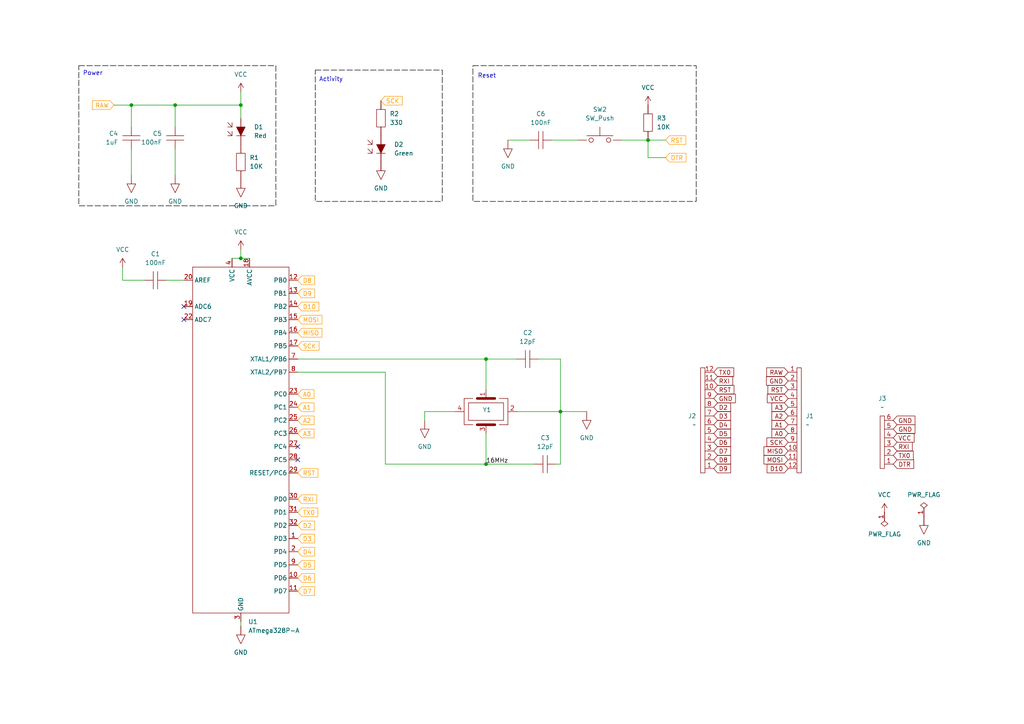
<source format=kicad_sch>
(kicad_sch (version 20250114) (generator "eeschema") (generator_version "9.0")
  (paper "A4")
  (lib_symbols
    (symbol "bt_pisc_0_0:4pin_quartz"
      (property "Reference" "Y" (at 0 0 0))
      (symbol "4pin_quartz_0_1"
        (rectangle (start -5.08 2.54) (end 5.08 -2.54))
        (polyline (pts (xy -3.81 3.81) (xy -6.35 3.81) (xy -6.35 -3.81) (xy -3.81 -3.81)))
        (polyline (pts (xy -2.54 3.81) (xy 2.54 3.81)) (stroke (width 0.762)))
        (polyline (pts (xy -2.54 -3.81) (xy 2.54 -3.81)) (stroke (width 0.762)))
        (polyline (pts (xy 3.81 3.81) (xy 6.35 3.81) (xy 6.35 -3.81)))
        (polyline (pts (xy 6.35 -3.81) (xy 3.81 -3.81)))
      )
      (symbol "4pin_quartz_1_1"
        (pin power_in line (at -8.89 0 0) (length 2.54) (name "") (number "4"))
        (pin passive line (at 0 6.35 270) (length 2.54) (name "") (number "1"))
        (pin passive line (at 0 -6.35 90) (length 2.54) (name "") (number "3"))
        (pin power_in line (at 8.89 0 180) (length 2.54) (name "") (number "2"))
      )
    )
    (symbol "bt_pisc_0_0:ATmega328P-A"
      (property "Reference" "U" (at 6.096 -53.848 0))
      (symbol "ATmega328P-A_0_1"
        (rectangle (start -13.97 50.8) (end 13.97 -49.53))
      )
      (symbol "ATmega328P-A_1_0"
        (pin passive line (at -16.51 46.99 0) (length 2.54) (name "AREF") (number "20"))
        (pin input line (at -16.51 39.37 0) (length 2.54) (name "ADC6") (number "19"))
        (pin input line (at -16.51 35.56 0) (length 2.54) (name "ADC7") (number "22"))
        (pin power_in line (at -2.54 53.34 270) (length 2.54) (name "VCC") (number "4"))
        (pin power_in line (at 0 -52.07 90) (length 2.54) (name "GND") (number "3"))
        (pin power_in line (at 2.54 53.34 270) (length 2.54) (name "AVCC") (number "18"))
        (pin bidirectional line (at 16.51 46.99 180) (length 2.54) (name "PB0") (number "12"))
        (pin bidirectional line (at 16.51 43.18 180) (length 2.54) (name "PB1") (number "13"))
        (pin bidirectional line (at 16.51 39.37 180) (length 2.54) (name "PB2") (number "14"))
        (pin bidirectional line (at 16.51 35.56 180) (length 2.54) (name "PB3") (number "15"))
        (pin bidirectional line (at 16.51 31.75 180) (length 2.54) (name "PB4") (number "16"))
        (pin bidirectional line (at 16.51 27.94 180) (length 2.54) (name "PB5") (number "17"))
        (pin bidirectional line (at 16.51 24.13 180) (length 2.54) (name "XTAL1/PB6") (number "7"))
        (pin bidirectional line (at 16.51 20.32 180) (length 2.54) (name "XTAL2/PB7") (number "8"))
        (pin bidirectional line (at 16.51 13.97 180) (length 2.54) (name "PC0") (number "23"))
        (pin bidirectional line (at 16.51 10.16 180) (length 2.54) (name "PC1") (number "24"))
        (pin bidirectional line (at 16.51 6.35 180) (length 2.54) (name "PC2") (number "25"))
        (pin bidirectional line (at 16.51 2.54 180) (length 2.54) (name "PC3") (number "26"))
        (pin bidirectional line (at 16.51 -1.27 180) (length 2.54) (name "PC4") (number "27"))
        (pin bidirectional line (at 16.51 -5.08 180) (length 2.54) (name "PC5") (number "28"))
        (pin bidirectional line (at 16.51 -8.89 180) (length 2.54) (name "RESET/PC6") (number "29"))
        (pin bidirectional line (at 16.51 -16.51 180) (length 2.54) (name "PD0") (number "30"))
        (pin bidirectional line (at 16.51 -20.32 180) (length 2.54) (name "PD1") (number "31"))
        (pin bidirectional line (at 16.51 -24.13 180) (length 2.54) (name "PD2") (number "32"))
        (pin bidirectional line (at 16.51 -27.94 180) (length 2.54) (name "PD3") (number "1"))
        (pin bidirectional line (at 16.51 -31.75 180) (length 2.54) (name "PD4") (number "2"))
        (pin bidirectional line (at 16.51 -35.56 180) (length 2.54) (name "PD5") (number "9"))
        (pin bidirectional line (at 16.51 -39.37 180) (length 2.54) (name "PD6") (number "10"))
        (pin bidirectional line (at 16.51 -43.18 180) (length 2.54) (name "PD7") (number "11"))
      )
    )
    (symbol "bt_pisc_0_0:Capacitor" (pin_numbers (hide yes))
      (property "Reference" "C" (at 0 1.524 0))
      (symbol "Capacitor_0_1"
        (polyline (pts (xy -6.35 1.27) (xy -1.27 1.27)))
        (polyline (pts (xy -6.35 0) (xy -1.27 0)))
      )
      (symbol "Capacitor_1_1"
        (pin passive line (at -3.81 3.81 270) (length 2.54) (name "") (number "1"))
        (pin passive line (at -3.81 -2.54 90) (length 2.54) (name "") (number "2"))
      )
    )
    (symbol "bt_pisc_0_0:Diode" (pin_numbers (hide yes))
      (property "Reference" "D" (at 2.794 1.016 0))
      (symbol "Diode_0_1"
        (polyline (pts (xy -3.81 2.54) (xy -2.54 1.27) (xy -2.54 2.54) (xy -2.54 1.27) (xy -3.81 1.27)))
        (polyline (pts (xy -3.81 0) (xy -2.54 -1.27) (xy -2.54 0) (xy -2.54 -1.27) (xy -3.81 -1.27)))
        (polyline (pts (xy -1.27 1.27) (xy 0 -1.27) (xy 1.27 1.27) (xy -1.27 1.27)) (fill (type outline)))
        (polyline (pts (xy 0 1.27) (xy 0 1.27)))
        (polyline (pts (xy 0 -1.27) (xy -1.27 -1.27) (xy 1.27 -1.27)))
        (polyline (pts (xy 2.54 -2.54) (xy 2.54 -2.54)))
      )
      (symbol "Diode_1_1"
        (pin passive line (at 0 3.81 270) (length 2.54) (name "") (number "1"))
        (pin passive line (at 0 -3.81 90) (length 2.54) (name "") (number "2"))
      )
    )
    (symbol "bt_pisc_0_0:GND" (power) (pin_numbers (hide yes)) (pin_names (hide yes)) (in_bom no) (on_board no)
      (property "Value" "GND" (at 0 0 0))
      (symbol "GND_0_1"
        (polyline (pts (xy -1.27 -3.81) (xy 1.27 -3.81) (xy 0 -6.35) (xy -1.27 -3.81)))
      )
      (symbol "GND_1_1"
        (pin power_in line (at 0 -1.27 270) (length 2.54) (name "") (number "1"))
      )
    )
    (symbol "bt_pisc_0_0:PWR_FLAG" (power) (in_bom no) (on_board no)
      (property "Value" "PWR_FLAG" (at 0.254 8.89 0))
      (symbol "PWR_FLAG_0_1"
        (polyline (pts (xy 0 6.604) (xy -1.016 5.842) (xy 0 5.08) (xy 1.016 5.842) (xy 0 6.604)))
      )
      (symbol "PWR_FLAG_1_1"
        (pin power_out line (at 0 2.54 90) (length 2.54) (name "") (number "1"))
      )
    )
    (symbol "bt_pisc_0_0:Resistor" (pin_numbers (hide yes))
      (property "Reference" "R" (at -0.254 3.302 0))
      (symbol "Resistor_0_1"
        (rectangle (start -5.08 3.81) (end -2.54 -1.27))
      )
      (symbol "Resistor_1_1"
        (pin passive line (at -3.81 6.35 270) (length 2.54) (name "") (number "1"))
        (pin passive line (at -3.81 -3.81 90) (length 2.54) (name "") (number "2"))
      )
    )
    (symbol "bt_pisc_0_0:Switch_Push" (pin_numbers (hide yes))
      (property "Reference" "SW" (at -0.254 7.62 0))
      (symbol "Switch_Push_0_1"
        (polyline (pts (xy -3.81 1.27) (xy 3.81 1.27)))
        (circle (center -2.54 0) (radius 0.635))
        (polyline (pts (xy 0 1.27) (xy 0 3.81)))
        (circle (center 2.54 0) (radius 0.635))
      )
      (symbol "Switch_Push_1_1"
        (pin passive line (at -6.35 0 0) (length 2.54) (name "") (number "1"))
        (pin passive line (at 6.35 0 180) (length 2.54) (name "") (number "2"))
      )
    )
    (symbol "bt_pisc_0_0:VCC" (power) (pin_numbers (hide yes)) (in_bom no) (on_board no)
      (property "Value" "VCC" (at 0 0 0))
      (symbol "VCC_0_1"
        (polyline (pts (xy -0.762 2.54) (xy 0 3.81)))
        (polyline (pts (xy 0 3.81) (xy 0.762 2.54)))
        (polyline (pts (xy 0 1.27) (xy 0 3.81)))
      )
      (symbol "VCC_1_1"
        (pin power_in line (at 0 1.27 90) (length 0) (name "~") (number "1"))
      )
    )
    (symbol "bt_pisc_0_0:gpio_12"
      (property "Reference" "J" (at -0.508 18.034 0))
      (symbol "gpio_12_0_1"
        (rectangle (start -1.27 -13.97) (end 0 16.51))
      )
      (symbol "gpio_12_1_0"
        (pin passive line (at 2.54 15.24 180) (length 2.54) (name "") (number "1"))
        (pin passive line (at 2.54 12.7 180) (length 2.54) (name "") (number "2"))
        (pin passive line (at 2.54 10.16 180) (length 2.54) (name "") (number "3"))
        (pin passive line (at 2.54 7.62 180) (length 2.54) (name "") (number "4"))
        (pin passive line (at 2.54 5.08 180) (length 2.54) (name "") (number "5"))
        (pin passive line (at 2.54 2.54 180) (length 2.54) (name "") (number "6"))
        (pin passive line (at 2.54 0 180) (length 2.54) (name "") (number "7"))
        (pin passive line (at 2.54 -2.54 180) (length 2.54) (name "") (number "8"))
        (pin passive line (at 2.54 -5.08 180) (length 2.54) (name "") (number "9"))
        (pin passive line (at 2.54 -7.62 180) (length 2.54) (name "") (number "10"))
        (pin passive line (at 2.54 -10.16 180) (length 2.54) (name "") (number "11"))
        (pin passive line (at 2.54 -12.7 180) (length 2.54) (name "") (number "12"))
      )
    )
    (symbol "bt_pisc_0_0:gpio_6"
      (property "Reference" "J" (at 0 16.51 0))
      (symbol "gpio_6_0_1"
        (rectangle (start -1.27 13.97) (end 0 -1.27))
      )
      (symbol "gpio_6_1_0"
        (pin passive line (at 2.54 12.7 180) (length 2.54) (name "") (number "6"))
        (pin passive line (at 2.54 10.16 180) (length 2.54) (name "") (number "5"))
        (pin passive line (at 2.54 7.62 180) (length 2.54) (name "") (number "4"))
        (pin passive line (at 2.54 5.08 180) (length 2.54) (name "") (number "3"))
        (pin passive line (at 2.54 2.54 180) (length 2.54) (name "") (number "2"))
        (pin passive line (at 2.54 0 180) (length 2.54) (name "") (number "1"))
      )
    )
  )
  (rectangle (start 137.16 19.05) (end 201.93 58.42) (stroke (width 0) (type dash) (color 0 0 0 0.2)))
  (rectangle (start 91.44 20.32) (end 128.27 58.42) (stroke (width 0) (type dash) (color 0 0 0 0.2)))
  (rectangle (start 22.86 19.05) (end 80.01 59.69) (stroke (width 0) (type dash) (color 0 0 0 0.2)))
  (text "Activity" (at 96.012 23.114 0) (effects (font (size 1.27 1.27))))
  (text "Reset" (at 141.224 22.098 0) (effects (font (size 1.27 1.27))))
  (text "Power" (at 26.924 21.336 0) (effects (font (size 1.27 1.27))))
  (junction (at 69.85 30.48))
  (junction (at 38.1 30.48))
  (junction (at 187.96 40.64))
  (junction (at 140.97 134.62))
  (junction (at 162.56 119.38))
  (junction (at 50.8 30.48))
  (junction (at 69.85 74.93))
  (junction (at 140.97 104.14))
  (no_connect (at 86.36 133.35))
  (no_connect (at 53.34 92.71))
  (no_connect (at 86.36 129.54))
  (no_connect (at 53.34 88.9))
  (wire (pts (xy 69.85 34.29) (xy 69.85 30.48)))
  (wire (pts (xy 187.96 40.64) (xy 187.96 45.72)))
  (wire (pts (xy 161.29 134.62) (xy 162.56 134.62)))
  (wire (pts (xy 69.85 72.39) (xy 69.85 74.93)))
  (wire (pts (xy 162.56 119.38) (xy 170.18 119.38)))
  (wire (pts (xy 38.1 30.48) (xy 38.1 36.83)))
  (wire (pts (xy 140.97 125.73) (xy 140.97 134.62)))
  (wire (pts (xy 162.56 104.14) (xy 162.56 119.38)))
  (wire (pts (xy 140.97 134.62) (xy 154.94 134.62)))
  (wire (pts (xy 123.19 119.38) (xy 123.19 121.92)))
  (wire (pts (xy 180.34 40.64) (xy 187.96 40.64)))
  (wire (pts (xy 140.97 104.14) (xy 149.86 104.14)))
  (wire (pts (xy 162.56 119.38) (xy 162.56 134.62)))
  (wire (pts (xy 156.21 104.14) (xy 162.56 104.14)))
  (wire (pts (xy 149.86 119.38) (xy 162.56 119.38)))
  (wire (pts (xy 160.02 40.64) (xy 167.64 40.64)))
  (wire (pts (xy 147.32 40.64) (xy 153.67 40.64)))
  (wire (pts (xy 69.85 180.34) (xy 69.85 181.61)))
  (wire (pts (xy 38.1 30.48) (xy 50.8 30.48)))
  (wire (pts (xy 50.8 30.48) (xy 50.8 36.83)))
  (wire (pts (xy 123.19 119.38) (xy 132.08 119.38)))
  (wire (pts (xy 187.96 40.64) (xy 193.04 40.64)))
  (wire (pts (xy 111.76 134.62) (xy 111.76 107.95)))
  (wire (pts (xy 69.85 74.93) (xy 72.39 74.93)))
  (wire (pts (xy 38.1 43.18) (xy 38.1 50.8)))
  (wire (pts (xy 35.56 81.28) (xy 41.91 81.28)))
  (wire (pts (xy 187.96 45.72) (xy 193.04 45.72)))
  (wire (pts (xy 35.56 81.28) (xy 35.56 77.47)))
  (wire (pts (xy 140.97 104.14) (xy 140.97 113.03)))
  (wire (pts (xy 86.36 104.14) (xy 140.97 104.14)))
  (wire (pts (xy 111.76 107.95) (xy 86.36 107.95)))
  (wire (pts (xy 50.8 30.48) (xy 69.85 30.48)))
  (wire (pts (xy 67.31 74.93) (xy 69.85 74.93)))
  (wire (pts (xy 33.02 30.48) (xy 38.1 30.48)))
  (wire (pts (xy 69.85 26.67) (xy 69.85 30.48)))
  (wire (pts (xy 48.26 81.28) (xy 53.34 81.28)))
  (wire (pts (xy 50.8 43.18) (xy 50.8 50.8)))
  (wire (pts (xy 140.97 134.62) (xy 111.76 134.62)))
  (label "16MHz" (at 140.97 134.62 0))
  (global_label "A0" (shape input) (at 86.36 114.3 0) (property "Intersheetrefs" "${INTERSHEET_REFS}" (effects (hide yes))))
  (global_label "GND" (shape input) (at 259.08 124.46 0) (property "Intersheetrefs" "${INTERSHEET_REFS}" (effects (hide yes))))
  (global_label "A3" (shape input) (at 228.6 118.11 180) (property "Intersheetrefs" "${INTERSHEET_REFS}" (effects (hide yes))))
  (global_label "D7" (shape input) (at 86.36 171.45 0) (property "Intersheetrefs" "${INTERSHEET_REFS}" (effects (hide yes))))
  (global_label "DTR" (shape input) (at 193.04 45.72 0) (property "Intersheetrefs" "${INTERSHEET_REFS}" (effects (hide yes))))
  (global_label "MISO" (shape input) (at 228.6 130.81 180) (property "Intersheetrefs" "${INTERSHEET_REFS}" (effects (hide yes))))
  (global_label "A0" (shape input) (at 228.6 125.73 180) (property "Intersheetrefs" "${INTERSHEET_REFS}" (effects (hide yes))))
  (global_label "D2" (shape input) (at 207.01 118.11 0) (property "Intersheetrefs" "${INTERSHEET_REFS}" (effects (hide yes))))
  (global_label "RAW" (shape input) (at 228.6 107.95 180) (property "Intersheetrefs" "${INTERSHEET_REFS}" (effects (hide yes))))
  (global_label "A1" (shape input) (at 86.36 118.11 0) (property "Intersheetrefs" "${INTERSHEET_REFS}" (effects (hide yes))))
  (global_label "D9" (shape input) (at 86.36 85.09 0) (property "Intersheetrefs" "${INTERSHEET_REFS}" (effects (hide yes))))
  (global_label "MOSI" (shape input) (at 228.6 133.35 180) (property "Intersheetrefs" "${INTERSHEET_REFS}" (effects (hide yes))))
  (global_label "VCC" (shape input) (at 228.6 115.57 180) (property "Intersheetrefs" "${INTERSHEET_REFS}" (effects (hide yes))))
  (global_label "D5" (shape input) (at 207.01 125.73 0) (property "Intersheetrefs" "${INTERSHEET_REFS}" (effects (hide yes))))
  (global_label "RXI" (shape input) (at 259.08 129.54 0) (property "Intersheetrefs" "${INTERSHEET_REFS}" (effects (hide yes))))
  (global_label "A1" (shape input) (at 228.6 123.19 180) (property "Intersheetrefs" "${INTERSHEET_REFS}" (effects (hide yes))))
  (global_label "D8" (shape input) (at 86.36 81.28 0) (property "Intersheetrefs" "${INTERSHEET_REFS}" (effects (hide yes))))
  (global_label "D4" (shape input) (at 86.36 160.02 0) (property "Intersheetrefs" "${INTERSHEET_REFS}" (effects (hide yes))))
  (global_label "SCK" (shape input) (at 110.49 29.21 0) (property "Intersheetrefs" "${INTERSHEET_REFS}" (effects (hide yes))))
  (global_label "GND" (shape input) (at 207.01 115.57 0) (property "Intersheetrefs" "${INTERSHEET_REFS}" (effects (hide yes))))
  (global_label "D10" (shape input) (at 228.6 135.89 180) (property "Intersheetrefs" "${INTERSHEET_REFS}" (effects (hide yes))))
  (global_label "MOSI" (shape input) (at 86.36 92.71 0) (property "Intersheetrefs" "${INTERSHEET_REFS}" (effects (hide yes))))
  (global_label "RXI" (shape input) (at 86.36 144.78 0) (property "Intersheetrefs" "${INTERSHEET_REFS}" (effects (hide yes))))
  (global_label "A2" (shape input) (at 86.36 121.92 0) (property "Intersheetrefs" "${INTERSHEET_REFS}" (effects (hide yes))))
  (global_label "TX0" (shape input) (at 259.08 132.08 0) (property "Intersheetrefs" "${INTERSHEET_REFS}" (effects (hide yes))))
  (global_label "A3" (shape input) (at 86.36 125.73 0) (property "Intersheetrefs" "${INTERSHEET_REFS}" (effects (hide yes))))
  (global_label "MISO" (shape input) (at 86.36 96.52 0) (property "Intersheetrefs" "${INTERSHEET_REFS}" (effects (hide yes))))
  (global_label "TX0" (shape input) (at 207.01 107.95 0) (property "Intersheetrefs" "${INTERSHEET_REFS}" (effects (hide yes))))
  (global_label "D5" (shape input) (at 86.36 163.83 0) (property "Intersheetrefs" "${INTERSHEET_REFS}" (effects (hide yes))))
  (global_label "D7" (shape input) (at 207.01 130.81 0) (property "Intersheetrefs" "${INTERSHEET_REFS}" (effects (hide yes))))
  (global_label "SCK" (shape input) (at 86.36 100.33 0) (property "Intersheetrefs" "${INTERSHEET_REFS}" (effects (hide yes))))
  (global_label "D3" (shape input) (at 86.36 156.21 0) (property "Intersheetrefs" "${INTERSHEET_REFS}" (effects (hide yes))))
  (global_label "D10" (shape input) (at 86.36 88.9 0) (property "Intersheetrefs" "${INTERSHEET_REFS}" (effects (hide yes))))
  (global_label "RAW" (shape input) (at 33.02 30.48 180) (property "Intersheetrefs" "${INTERSHEET_REFS}" (effects (hide yes))))
  (global_label "RST" (shape input) (at 228.6 113.03 180) (property "Intersheetrefs" "${INTERSHEET_REFS}" (effects (hide yes))))
  (global_label "RXI" (shape input) (at 207.01 110.49 0) (property "Intersheetrefs" "${INTERSHEET_REFS}" (effects (hide yes))))
  (global_label "TX0" (shape input) (at 86.36 148.59 0) (property "Intersheetrefs" "${INTERSHEET_REFS}" (effects (hide yes))))
  (global_label "VCC" (shape input) (at 259.08 127 0) (property "Intersheetrefs" "${INTERSHEET_REFS}" (effects (hide yes))))
  (global_label "D6" (shape input) (at 207.01 128.27 0) (property "Intersheetrefs" "${INTERSHEET_REFS}" (effects (hide yes))))
  (global_label "D4" (shape input) (at 207.01 123.19 0) (property "Intersheetrefs" "${INTERSHEET_REFS}" (effects (hide yes))))
  (global_label "RST" (shape input) (at 207.01 113.03 0) (property "Intersheetrefs" "${INTERSHEET_REFS}" (effects (hide yes))))
  (global_label "GND" (shape input) (at 259.08 121.92 0) (property "Intersheetrefs" "${INTERSHEET_REFS}" (effects (hide yes))))
  (global_label "D9" (shape input) (at 207.01 135.89 0) (property "Intersheetrefs" "${INTERSHEET_REFS}" (effects (hide yes))))
  (global_label "SCK" (shape input) (at 228.6 128.27 180) (property "Intersheetrefs" "${INTERSHEET_REFS}" (effects (hide yes))))
  (global_label "D6" (shape input) (at 86.36 167.64 0) (property "Intersheetrefs" "${INTERSHEET_REFS}" (effects (hide yes))))
  (global_label "DTR" (shape input) (at 259.08 134.62 0) (property "Intersheetrefs" "${INTERSHEET_REFS}" (effects (hide yes))))
  (global_label "D8" (shape input) (at 207.01 133.35 0) (property "Intersheetrefs" "${INTERSHEET_REFS}" (effects (hide yes))))
  (global_label "D2" (shape input) (at 86.36 152.4 0) (property "Intersheetrefs" "${INTERSHEET_REFS}" (effects (hide yes))))
  (global_label "GND" (shape input) (at 228.6 110.49 180) (property "Intersheetrefs" "${INTERSHEET_REFS}" (effects (hide yes))))
  (global_label "A2" (shape input) (at 228.6 120.65 180) (property "Intersheetrefs" "${INTERSHEET_REFS}" (effects (hide yes))))
  (global_label "RST" (shape input) (at 193.04 40.64 0) (property "Intersheetrefs" "${INTERSHEET_REFS}" (effects (hide yes))))
  (global_label "D3" (shape input) (at 207.01 120.65 0) (property "Intersheetrefs" "${INTERSHEET_REFS}" (effects (hide yes))))
  (global_label "RST" (shape input) (at 86.36 137.16 0) (property "Intersheetrefs" "${INTERSHEET_REFS}" (effects (hide yes))))
  (symbol (lib_id "bt_pisc_0_0:VCC") (at 69.85 27.94 0) (unit 1) (in_bom no) (on_board no)
    (property "Reference" "#PWR02" (effects (hide yes)))
    (property "Value" "VCC" (at 69.85 21.59 0))
  )
  (symbol (lib_id "bt_pisc_0_0:VCC") (at 35.56 78.74 0) (unit 1) (in_bom no) (on_board no)
    (property "Reference" "#PWR04" (effects (hide yes)))
    (property "Value" "VCC" (at 35.56 72.39 0))
  )
  (symbol (lib_id "bt_pisc_0_0:GND") (at 110.49 45.72 0) (unit 1) (in_bom no) (on_board no)
    (property "Reference" "#PWR08" (effects (hide yes)))
    (property "Value" "GND" (at 110.49 54.61 0))
  )
  (symbol (lib_id "bt_pisc_0_0:Diode") (at 110.49 43.18 0) (unit 1)
    (property "Reference" "D2" (at 114.3 41.9099 0) (effects (justify left)))
    (property "Value" "Green" (at 114.3 44.4499 0) (effects (justify left)))
  )
  (symbol (lib_id "bt_pisc_0_0:GND") (at 267.97 148.59 0) (unit 1) (in_bom no) (on_board no)
    (property "Reference" "#PWR013" (effects (hide yes)))
    (property "Value" "GND" (at 267.97 157.48 0))
  )
  (symbol (lib_id "bt_pisc_0_0:Capacitor") (at 156.21 44.45 270) (unit 1)
    (property "Reference" "C6" (at 156.845 33.02 90))
    (property "Value" "100nF" (at 156.845 35.56 90))
  )
  (symbol (lib_id "bt_pisc_0_0:VCC") (at 256.54 149.86 0) (unit 1) (in_bom no) (on_board no)
    (property "Reference" "#PWR015" (effects (hide yes)))
    (property "Value" "VCC" (at 256.54 143.51 0))
  )
  (symbol (lib_id "bt_pisc_0_0:GND") (at 147.32 39.37 0) (unit 1) (in_bom no) (on_board no)
    (property "Reference" "#PWR09" (effects (hide yes)))
    (property "Value" "GND" (at 147.32 48.26 0))
  )
  (symbol (lib_id "bt_pisc_0_0:Capacitor") (at 54.61 40.64 0) (unit 1)
    (property "Reference" "C5" (at 46.99 38.7349 0) (effects (justify right)))
    (property "Value" "100nF" (at 46.99 41.2749 0) (effects (justify right)))
  )
  (symbol (lib_id "bt_pisc_0_0:VCC") (at 69.85 73.66 0) (unit 1) (in_bom no) (on_board no)
    (property "Reference" "#PWR01" (effects (hide yes)))
    (property "Value" "VCC" (at 69.85 67.31 0))
  )
  (symbol (lib_id "bt_pisc_0_0:GND") (at 69.85 180.34 0) (unit 1) (in_bom no) (on_board no)
    (property "Reference" "#PWR010" (effects (hide yes)))
    (property "Value" "GND" (at 69.85 189.23 0))
  )
  (symbol (lib_id "bt_pisc_0_0:Switch_Push") (at 173.99 40.64 0) (unit 1)
    (property "Reference" "SW2" (at 173.99 31.75 0))
    (property "Value" "SW_Push" (at 173.99 34.29 0))
  )
  (symbol (lib_id "bt_pisc_0_0:Capacitor") (at 153.67 100.33 90) (unit 1)
    (property "Reference" "C2" (at 153.035 96.52 90))
    (property "Value" "12pF" (at 153.035 99.06 90))
  )
  (symbol (lib_id "bt_pisc_0_0:4pin_quartz") (at 140.97 119.38 0) (unit 1)
    (property "Reference" "Y1" (at 141.224 118.872 0))
  )
  (symbol (lib_id "bt_pisc_0_0:GND") (at 123.19 120.65 0) (unit 1) (in_bom no) (on_board no)
    (property "Reference" "#PWR012" (effects (hide yes)))
    (property "Value" "GND" (at 123.19 129.54 0))
  )
  (symbol (lib_id "bt_pisc_0_0:Capacitor") (at 158.75 130.81 90) (unit 1)
    (property "Reference" "C3" (at 158.115 127 90))
    (property "Value" "12pF" (at 158.115 129.54 90))
  )
  (symbol (lib_id "bt_pisc_0_0:GND") (at 50.8 49.53 0) (unit 1) (in_bom no) (on_board no)
    (property "Reference" "#PWR06" (effects (hide yes)))
    (property "Value" "GND" (at 50.8 58.42 0))
  )
  (symbol (lib_id "bt_pisc_0_0:gpio_6") (at 256.54 134.62 0) (unit 1)
    (property "Reference" "J3" (at 255.905 115.57 0))
    (property "Value" "~" (at 255.905 118.11 0))
  )
  (symbol (lib_id "bt_pisc_0_0:Capacitor") (at 41.91 40.64 0) (unit 1)
    (property "Reference" "C4" (at 34.29 38.7349 0) (effects (justify right)))
    (property "Value" "1uF" (at 34.29 41.2749 0) (effects (justify right)))
  )
  (symbol (lib_id "bt_pisc_0_0:PWR_FLAG") (at 267.97 152.4 0) (unit 1) (in_bom no) (on_board no)
    (property "Reference" "#FLG01" (effects (hide yes)))
    (property "Value" "PWR_FLAG" (at 267.97 143.51 0))
  )
  (symbol (lib_id "bt_pisc_0_0:VCC") (at 187.96 31.75 0) (unit 1) (in_bom no) (on_board no)
    (property "Reference" "#PWR03" (effects (hide yes)))
    (property "Value" "VCC" (at 187.96 25.4 0))
  )
  (symbol (lib_id "bt_pisc_0_0:Capacitor") (at 44.45 85.09 270) (unit 1)
    (property "Reference" "C1" (at 45.085 73.66 90))
    (property "Value" "100nF" (at 45.085 76.2 90))
  )
  (symbol (lib_id "bt_pisc_0_0:Resistor") (at 114.3 35.56 0) (unit 1)
    (property "Reference" "R2" (at 113.03 33.0199 0) (effects (justify left)))
    (property "Value" "330" (at 113.03 35.5599 0) (effects (justify left)))
  )
  (symbol (lib_id "bt_pisc_0_0:GND") (at 38.1 49.53 0) (unit 1) (in_bom no) (on_board no)
    (property "Reference" "#PWR05" (effects (hide yes)))
    (property "Value" "GND" (at 38.1 58.42 0))
  )
  (symbol (lib_id "bt_pisc_0_0:gpio_12") (at 231.14 123.19 0) (mirror y) (unit 1)
    (property "Reference" "J1" (at 233.68 120.6499 0) (effects (justify right)))
    (property "Value" "~" (at 233.68 123.1899 0) (effects (justify right)))
  )
  (symbol (lib_id "bt_pisc_0_0:Resistor") (at 191.77 36.83 0) (unit 1)
    (property "Reference" "R3" (at 190.5 34.2899 0) (effects (justify left)))
    (property "Value" "10K" (at 190.5 36.8299 0) (effects (justify left)))
  )
  (symbol (lib_id "bt_pisc_0_0:PWR_FLAG") (at 256.54 146.05 0) (mirror x) (unit 1) (in_bom no) (on_board no)
    (property "Reference" "#FLG02" (effects (hide yes)))
    (property "Value" "PWR_FLAG" (at 256.54 154.94 0))
  )
  (symbol (lib_id "bt_pisc_0_0:ATmega328P-A") (at 69.85 128.27 0) (unit 1)
    (property "Reference" "U1" (at 71.9933 180.34 0) (effects (justify left)))
    (property "Value" "ATmega328P-A" (at 71.9933 182.88 0) (effects (justify left)))
  )
  (symbol (lib_id "bt_pisc_0_0:Diode") (at 69.85 38.1 0) (unit 1)
    (property "Reference" "D1" (at 73.66 36.8299 0) (effects (justify left)))
    (property "Value" "Red" (at 73.66 39.3699 0) (effects (justify left)))
  )
  (symbol (lib_id "bt_pisc_0_0:Resistor") (at 73.66 48.26 0) (unit 1)
    (property "Reference" "R1" (at 72.39 45.7199 0) (effects (justify left)))
    (property "Value" "10K" (at 72.39 48.2599 0) (effects (justify left)))
  )
  (symbol (lib_id "bt_pisc_0_0:GND") (at 170.18 118.11 0) (unit 1) (in_bom no) (on_board no)
    (property "Reference" "#PWR011" (effects (hide yes)))
    (property "Value" "GND" (at 170.18 127 0))
  )
  (symbol (lib_id "bt_pisc_0_0:gpio_12") (at 204.47 120.65 0) (mirror x) (unit 1)
    (property "Reference" "J2" (at 201.93 120.6499 0) (effects (justify right)))
    (property "Value" "~" (at 201.93 123.1899 0) (effects (justify right)))
  )
  (symbol (lib_id "bt_pisc_0_0:GND") (at 69.85 50.8 0) (unit 1) (in_bom no) (on_board no)
    (property "Reference" "#PWR07" (effects (hide yes)))
    (property "Value" "GND" (at 69.85 59.69 0))
  )
)
</source>
